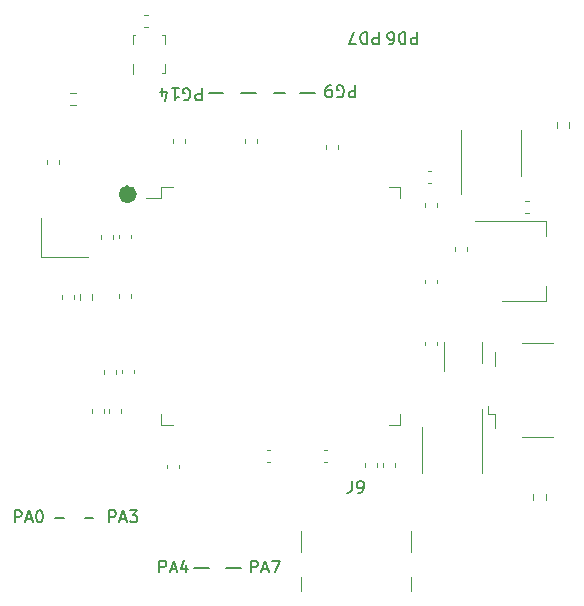
<source format=gbr>
%TF.GenerationSoftware,KiCad,Pcbnew,7.0.7*%
%TF.CreationDate,2024-03-18T15:08:08-05:00*%
%TF.ProjectId,rev2,72657632-2e6b-4696-9361-645f70636258,rev?*%
%TF.SameCoordinates,Original*%
%TF.FileFunction,Legend,Top*%
%TF.FilePolarity,Positive*%
%FSLAX46Y46*%
G04 Gerber Fmt 4.6, Leading zero omitted, Abs format (unit mm)*
G04 Created by KiCad (PCBNEW 7.0.7) date 2024-03-18 15:08:08*
%MOMM*%
%LPD*%
G01*
G04 APERTURE LIST*
%ADD10C,0.150000*%
%ADD11C,0.782107*%
%ADD12C,0.120000*%
%ADD13C,0.100000*%
G04 APERTURE END LIST*
D10*
X130500000Y-81000000D02*
X131750000Y-81000000D01*
X135500000Y-81000000D02*
X136750000Y-81000000D01*
X126500000Y-121250000D02*
X127750000Y-121250000D01*
X133250000Y-81000000D02*
X134250000Y-81000000D01*
D11*
X121291053Y-89600000D02*
G75*
G03*
X121291053Y-89600000I-391053J0D01*
G01*
D10*
X129250000Y-121250000D02*
X130500000Y-121250000D01*
X127750000Y-81000000D02*
X129000000Y-81000000D01*
X114750000Y-117000000D02*
X115500000Y-117000000D01*
X117250000Y-117000000D02*
X118000000Y-117000000D01*
X142163220Y-75880180D02*
X142163220Y-76880180D01*
X142163220Y-76880180D02*
X141782268Y-76880180D01*
X141782268Y-76880180D02*
X141687030Y-76832561D01*
X141687030Y-76832561D02*
X141639411Y-76784942D01*
X141639411Y-76784942D02*
X141591792Y-76689704D01*
X141591792Y-76689704D02*
X141591792Y-76546847D01*
X141591792Y-76546847D02*
X141639411Y-76451609D01*
X141639411Y-76451609D02*
X141687030Y-76403990D01*
X141687030Y-76403990D02*
X141782268Y-76356371D01*
X141782268Y-76356371D02*
X142163220Y-76356371D01*
X141163220Y-75880180D02*
X141163220Y-76880180D01*
X141163220Y-76880180D02*
X140925125Y-76880180D01*
X140925125Y-76880180D02*
X140782268Y-76832561D01*
X140782268Y-76832561D02*
X140687030Y-76737323D01*
X140687030Y-76737323D02*
X140639411Y-76642085D01*
X140639411Y-76642085D02*
X140591792Y-76451609D01*
X140591792Y-76451609D02*
X140591792Y-76308752D01*
X140591792Y-76308752D02*
X140639411Y-76118276D01*
X140639411Y-76118276D02*
X140687030Y-76023038D01*
X140687030Y-76023038D02*
X140782268Y-75927800D01*
X140782268Y-75927800D02*
X140925125Y-75880180D01*
X140925125Y-75880180D02*
X141163220Y-75880180D01*
X140258458Y-76880180D02*
X139591792Y-76880180D01*
X139591792Y-76880180D02*
X140020363Y-75880180D01*
X145413220Y-75880180D02*
X145413220Y-76880180D01*
X145413220Y-76880180D02*
X145032268Y-76880180D01*
X145032268Y-76880180D02*
X144937030Y-76832561D01*
X144937030Y-76832561D02*
X144889411Y-76784942D01*
X144889411Y-76784942D02*
X144841792Y-76689704D01*
X144841792Y-76689704D02*
X144841792Y-76546847D01*
X144841792Y-76546847D02*
X144889411Y-76451609D01*
X144889411Y-76451609D02*
X144937030Y-76403990D01*
X144937030Y-76403990D02*
X145032268Y-76356371D01*
X145032268Y-76356371D02*
X145413220Y-76356371D01*
X144413220Y-75880180D02*
X144413220Y-76880180D01*
X144413220Y-76880180D02*
X144175125Y-76880180D01*
X144175125Y-76880180D02*
X144032268Y-76832561D01*
X144032268Y-76832561D02*
X143937030Y-76737323D01*
X143937030Y-76737323D02*
X143889411Y-76642085D01*
X143889411Y-76642085D02*
X143841792Y-76451609D01*
X143841792Y-76451609D02*
X143841792Y-76308752D01*
X143841792Y-76308752D02*
X143889411Y-76118276D01*
X143889411Y-76118276D02*
X143937030Y-76023038D01*
X143937030Y-76023038D02*
X144032268Y-75927800D01*
X144032268Y-75927800D02*
X144175125Y-75880180D01*
X144175125Y-75880180D02*
X144413220Y-75880180D01*
X142984649Y-76880180D02*
X143175125Y-76880180D01*
X143175125Y-76880180D02*
X143270363Y-76832561D01*
X143270363Y-76832561D02*
X143317982Y-76784942D01*
X143317982Y-76784942D02*
X143413220Y-76642085D01*
X143413220Y-76642085D02*
X143460839Y-76451609D01*
X143460839Y-76451609D02*
X143460839Y-76070657D01*
X143460839Y-76070657D02*
X143413220Y-75975419D01*
X143413220Y-75975419D02*
X143365601Y-75927800D01*
X143365601Y-75927800D02*
X143270363Y-75880180D01*
X143270363Y-75880180D02*
X143079887Y-75880180D01*
X143079887Y-75880180D02*
X142984649Y-75927800D01*
X142984649Y-75927800D02*
X142937030Y-75975419D01*
X142937030Y-75975419D02*
X142889411Y-76070657D01*
X142889411Y-76070657D02*
X142889411Y-76308752D01*
X142889411Y-76308752D02*
X142937030Y-76403990D01*
X142937030Y-76403990D02*
X142984649Y-76451609D01*
X142984649Y-76451609D02*
X143079887Y-76499228D01*
X143079887Y-76499228D02*
X143270363Y-76499228D01*
X143270363Y-76499228D02*
X143365601Y-76451609D01*
X143365601Y-76451609D02*
X143413220Y-76403990D01*
X143413220Y-76403990D02*
X143460839Y-76308752D01*
X131336779Y-121619819D02*
X131336779Y-120619819D01*
X131336779Y-120619819D02*
X131717731Y-120619819D01*
X131717731Y-120619819D02*
X131812969Y-120667438D01*
X131812969Y-120667438D02*
X131860588Y-120715057D01*
X131860588Y-120715057D02*
X131908207Y-120810295D01*
X131908207Y-120810295D02*
X131908207Y-120953152D01*
X131908207Y-120953152D02*
X131860588Y-121048390D01*
X131860588Y-121048390D02*
X131812969Y-121096009D01*
X131812969Y-121096009D02*
X131717731Y-121143628D01*
X131717731Y-121143628D02*
X131336779Y-121143628D01*
X132289160Y-121334104D02*
X132765350Y-121334104D01*
X132193922Y-121619819D02*
X132527255Y-120619819D01*
X132527255Y-120619819D02*
X132860588Y-121619819D01*
X133098684Y-120619819D02*
X133765350Y-120619819D01*
X133765350Y-120619819D02*
X133336779Y-121619819D01*
X119336779Y-117369819D02*
X119336779Y-116369819D01*
X119336779Y-116369819D02*
X119717731Y-116369819D01*
X119717731Y-116369819D02*
X119812969Y-116417438D01*
X119812969Y-116417438D02*
X119860588Y-116465057D01*
X119860588Y-116465057D02*
X119908207Y-116560295D01*
X119908207Y-116560295D02*
X119908207Y-116703152D01*
X119908207Y-116703152D02*
X119860588Y-116798390D01*
X119860588Y-116798390D02*
X119812969Y-116846009D01*
X119812969Y-116846009D02*
X119717731Y-116893628D01*
X119717731Y-116893628D02*
X119336779Y-116893628D01*
X120289160Y-117084104D02*
X120765350Y-117084104D01*
X120193922Y-117369819D02*
X120527255Y-116369819D01*
X120527255Y-116369819D02*
X120860588Y-117369819D01*
X121098684Y-116369819D02*
X121717731Y-116369819D01*
X121717731Y-116369819D02*
X121384398Y-116750771D01*
X121384398Y-116750771D02*
X121527255Y-116750771D01*
X121527255Y-116750771D02*
X121622493Y-116798390D01*
X121622493Y-116798390D02*
X121670112Y-116846009D01*
X121670112Y-116846009D02*
X121717731Y-116941247D01*
X121717731Y-116941247D02*
X121717731Y-117179342D01*
X121717731Y-117179342D02*
X121670112Y-117274580D01*
X121670112Y-117274580D02*
X121622493Y-117322200D01*
X121622493Y-117322200D02*
X121527255Y-117369819D01*
X121527255Y-117369819D02*
X121241541Y-117369819D01*
X121241541Y-117369819D02*
X121146303Y-117322200D01*
X121146303Y-117322200D02*
X121098684Y-117274580D01*
X123586779Y-121619819D02*
X123586779Y-120619819D01*
X123586779Y-120619819D02*
X123967731Y-120619819D01*
X123967731Y-120619819D02*
X124062969Y-120667438D01*
X124062969Y-120667438D02*
X124110588Y-120715057D01*
X124110588Y-120715057D02*
X124158207Y-120810295D01*
X124158207Y-120810295D02*
X124158207Y-120953152D01*
X124158207Y-120953152D02*
X124110588Y-121048390D01*
X124110588Y-121048390D02*
X124062969Y-121096009D01*
X124062969Y-121096009D02*
X123967731Y-121143628D01*
X123967731Y-121143628D02*
X123586779Y-121143628D01*
X124539160Y-121334104D02*
X125015350Y-121334104D01*
X124443922Y-121619819D02*
X124777255Y-120619819D01*
X124777255Y-120619819D02*
X125110588Y-121619819D01*
X125872493Y-120953152D02*
X125872493Y-121619819D01*
X125634398Y-120572200D02*
X125396303Y-121286485D01*
X125396303Y-121286485D02*
X126015350Y-121286485D01*
X140163220Y-80380180D02*
X140163220Y-81380180D01*
X140163220Y-81380180D02*
X139782268Y-81380180D01*
X139782268Y-81380180D02*
X139687030Y-81332561D01*
X139687030Y-81332561D02*
X139639411Y-81284942D01*
X139639411Y-81284942D02*
X139591792Y-81189704D01*
X139591792Y-81189704D02*
X139591792Y-81046847D01*
X139591792Y-81046847D02*
X139639411Y-80951609D01*
X139639411Y-80951609D02*
X139687030Y-80903990D01*
X139687030Y-80903990D02*
X139782268Y-80856371D01*
X139782268Y-80856371D02*
X140163220Y-80856371D01*
X138639411Y-81332561D02*
X138734649Y-81380180D01*
X138734649Y-81380180D02*
X138877506Y-81380180D01*
X138877506Y-81380180D02*
X139020363Y-81332561D01*
X139020363Y-81332561D02*
X139115601Y-81237323D01*
X139115601Y-81237323D02*
X139163220Y-81142085D01*
X139163220Y-81142085D02*
X139210839Y-80951609D01*
X139210839Y-80951609D02*
X139210839Y-80808752D01*
X139210839Y-80808752D02*
X139163220Y-80618276D01*
X139163220Y-80618276D02*
X139115601Y-80523038D01*
X139115601Y-80523038D02*
X139020363Y-80427800D01*
X139020363Y-80427800D02*
X138877506Y-80380180D01*
X138877506Y-80380180D02*
X138782268Y-80380180D01*
X138782268Y-80380180D02*
X138639411Y-80427800D01*
X138639411Y-80427800D02*
X138591792Y-80475419D01*
X138591792Y-80475419D02*
X138591792Y-80808752D01*
X138591792Y-80808752D02*
X138782268Y-80808752D01*
X138115601Y-80380180D02*
X137925125Y-80380180D01*
X137925125Y-80380180D02*
X137829887Y-80427800D01*
X137829887Y-80427800D02*
X137782268Y-80475419D01*
X137782268Y-80475419D02*
X137687030Y-80618276D01*
X137687030Y-80618276D02*
X137639411Y-80808752D01*
X137639411Y-80808752D02*
X137639411Y-81189704D01*
X137639411Y-81189704D02*
X137687030Y-81284942D01*
X137687030Y-81284942D02*
X137734649Y-81332561D01*
X137734649Y-81332561D02*
X137829887Y-81380180D01*
X137829887Y-81380180D02*
X138020363Y-81380180D01*
X138020363Y-81380180D02*
X138115601Y-81332561D01*
X138115601Y-81332561D02*
X138163220Y-81284942D01*
X138163220Y-81284942D02*
X138210839Y-81189704D01*
X138210839Y-81189704D02*
X138210839Y-80951609D01*
X138210839Y-80951609D02*
X138163220Y-80856371D01*
X138163220Y-80856371D02*
X138115601Y-80808752D01*
X138115601Y-80808752D02*
X138020363Y-80761133D01*
X138020363Y-80761133D02*
X137829887Y-80761133D01*
X137829887Y-80761133D02*
X137734649Y-80808752D01*
X137734649Y-80808752D02*
X137687030Y-80856371D01*
X137687030Y-80856371D02*
X137639411Y-80951609D01*
X111336779Y-117369819D02*
X111336779Y-116369819D01*
X111336779Y-116369819D02*
X111717731Y-116369819D01*
X111717731Y-116369819D02*
X111812969Y-116417438D01*
X111812969Y-116417438D02*
X111860588Y-116465057D01*
X111860588Y-116465057D02*
X111908207Y-116560295D01*
X111908207Y-116560295D02*
X111908207Y-116703152D01*
X111908207Y-116703152D02*
X111860588Y-116798390D01*
X111860588Y-116798390D02*
X111812969Y-116846009D01*
X111812969Y-116846009D02*
X111717731Y-116893628D01*
X111717731Y-116893628D02*
X111336779Y-116893628D01*
X112289160Y-117084104D02*
X112765350Y-117084104D01*
X112193922Y-117369819D02*
X112527255Y-116369819D01*
X112527255Y-116369819D02*
X112860588Y-117369819D01*
X113384398Y-116369819D02*
X113479636Y-116369819D01*
X113479636Y-116369819D02*
X113574874Y-116417438D01*
X113574874Y-116417438D02*
X113622493Y-116465057D01*
X113622493Y-116465057D02*
X113670112Y-116560295D01*
X113670112Y-116560295D02*
X113717731Y-116750771D01*
X113717731Y-116750771D02*
X113717731Y-116988866D01*
X113717731Y-116988866D02*
X113670112Y-117179342D01*
X113670112Y-117179342D02*
X113622493Y-117274580D01*
X113622493Y-117274580D02*
X113574874Y-117322200D01*
X113574874Y-117322200D02*
X113479636Y-117369819D01*
X113479636Y-117369819D02*
X113384398Y-117369819D01*
X113384398Y-117369819D02*
X113289160Y-117322200D01*
X113289160Y-117322200D02*
X113241541Y-117274580D01*
X113241541Y-117274580D02*
X113193922Y-117179342D01*
X113193922Y-117179342D02*
X113146303Y-116988866D01*
X113146303Y-116988866D02*
X113146303Y-116750771D01*
X113146303Y-116750771D02*
X113193922Y-116560295D01*
X113193922Y-116560295D02*
X113241541Y-116465057D01*
X113241541Y-116465057D02*
X113289160Y-116417438D01*
X113289160Y-116417438D02*
X113384398Y-116369819D01*
X127163220Y-80630180D02*
X127163220Y-81630180D01*
X127163220Y-81630180D02*
X126782268Y-81630180D01*
X126782268Y-81630180D02*
X126687030Y-81582561D01*
X126687030Y-81582561D02*
X126639411Y-81534942D01*
X126639411Y-81534942D02*
X126591792Y-81439704D01*
X126591792Y-81439704D02*
X126591792Y-81296847D01*
X126591792Y-81296847D02*
X126639411Y-81201609D01*
X126639411Y-81201609D02*
X126687030Y-81153990D01*
X126687030Y-81153990D02*
X126782268Y-81106371D01*
X126782268Y-81106371D02*
X127163220Y-81106371D01*
X125639411Y-81582561D02*
X125734649Y-81630180D01*
X125734649Y-81630180D02*
X125877506Y-81630180D01*
X125877506Y-81630180D02*
X126020363Y-81582561D01*
X126020363Y-81582561D02*
X126115601Y-81487323D01*
X126115601Y-81487323D02*
X126163220Y-81392085D01*
X126163220Y-81392085D02*
X126210839Y-81201609D01*
X126210839Y-81201609D02*
X126210839Y-81058752D01*
X126210839Y-81058752D02*
X126163220Y-80868276D01*
X126163220Y-80868276D02*
X126115601Y-80773038D01*
X126115601Y-80773038D02*
X126020363Y-80677800D01*
X126020363Y-80677800D02*
X125877506Y-80630180D01*
X125877506Y-80630180D02*
X125782268Y-80630180D01*
X125782268Y-80630180D02*
X125639411Y-80677800D01*
X125639411Y-80677800D02*
X125591792Y-80725419D01*
X125591792Y-80725419D02*
X125591792Y-81058752D01*
X125591792Y-81058752D02*
X125782268Y-81058752D01*
X124639411Y-80630180D02*
X125210839Y-80630180D01*
X124925125Y-80630180D02*
X124925125Y-81630180D01*
X124925125Y-81630180D02*
X125020363Y-81487323D01*
X125020363Y-81487323D02*
X125115601Y-81392085D01*
X125115601Y-81392085D02*
X125210839Y-81344466D01*
X123782268Y-81296847D02*
X123782268Y-80630180D01*
X124020363Y-81677800D02*
X124258458Y-80963514D01*
X124258458Y-80963514D02*
X123639411Y-80963514D01*
X139874666Y-113878819D02*
X139874666Y-114593104D01*
X139874666Y-114593104D02*
X139827047Y-114735961D01*
X139827047Y-114735961D02*
X139731809Y-114831200D01*
X139731809Y-114831200D02*
X139588952Y-114878819D01*
X139588952Y-114878819D02*
X139493714Y-114878819D01*
X140398476Y-114878819D02*
X140588952Y-114878819D01*
X140588952Y-114878819D02*
X140684190Y-114831200D01*
X140684190Y-114831200D02*
X140731809Y-114783580D01*
X140731809Y-114783580D02*
X140827047Y-114640723D01*
X140827047Y-114640723D02*
X140874666Y-114450247D01*
X140874666Y-114450247D02*
X140874666Y-114069295D01*
X140874666Y-114069295D02*
X140827047Y-113974057D01*
X140827047Y-113974057D02*
X140779428Y-113926438D01*
X140779428Y-113926438D02*
X140684190Y-113878819D01*
X140684190Y-113878819D02*
X140493714Y-113878819D01*
X140493714Y-113878819D02*
X140398476Y-113926438D01*
X140398476Y-113926438D02*
X140350857Y-113974057D01*
X140350857Y-113974057D02*
X140303238Y-114069295D01*
X140303238Y-114069295D02*
X140303238Y-114307390D01*
X140303238Y-114307390D02*
X140350857Y-114402628D01*
X140350857Y-114402628D02*
X140398476Y-114450247D01*
X140398476Y-114450247D02*
X140493714Y-114497866D01*
X140493714Y-114497866D02*
X140684190Y-114497866D01*
X140684190Y-114497866D02*
X140779428Y-114450247D01*
X140779428Y-114450247D02*
X140827047Y-114402628D01*
X140827047Y-114402628D02*
X140874666Y-114307390D01*
D12*
%TO.C,U1*%
X123748000Y-88950000D02*
X123748000Y-89900000D01*
X123748000Y-89900000D02*
X122458000Y-89900000D01*
X123748000Y-109170000D02*
X123748000Y-108220000D01*
X124698000Y-88950000D02*
X123748000Y-88950000D01*
X124698000Y-109170000D02*
X123748000Y-109170000D01*
X143018000Y-88950000D02*
X143968000Y-88950000D01*
X143018000Y-109170000D02*
X143968000Y-109170000D01*
X143968000Y-88950000D02*
X143968000Y-89900000D01*
X143968000Y-109170000D02*
X143968000Y-108220000D01*
%TO.C,C46*%
X147062500Y-102103733D02*
X147062500Y-102396267D01*
X146042500Y-102103733D02*
X146042500Y-102396267D01*
%TO.C,C45*%
X130808000Y-85236267D02*
X130808000Y-84943733D01*
X131828000Y-85236267D02*
X131828000Y-84943733D01*
%TO.C,C26*%
X115314000Y-98444267D02*
X115314000Y-98151733D01*
X116334000Y-98444267D02*
X116334000Y-98151733D01*
%TO.C,R1*%
X115973776Y-81011500D02*
X116483224Y-81011500D01*
X115973776Y-82056500D02*
X116483224Y-82056500D01*
%TO.C,J8*%
X156889000Y-110132000D02*
X154289000Y-110132000D01*
X151979000Y-109372000D02*
X151979000Y-108222000D01*
X151389000Y-108222000D02*
X151389000Y-107522000D01*
X151979000Y-108222000D02*
X151389000Y-108222000D01*
X151979000Y-104122000D02*
X151979000Y-102972000D01*
X154289000Y-102212000D02*
X156889000Y-102212000D01*
%TO.C,C38*%
X120140000Y-98343767D02*
X120140000Y-98051233D01*
X121160000Y-98343767D02*
X121160000Y-98051233D01*
%TO.C,U2*%
X149078000Y-86106000D02*
X149078000Y-89556000D01*
X149078000Y-86106000D02*
X149078000Y-84156000D01*
X154198000Y-86106000D02*
X154198000Y-88056000D01*
X154198000Y-86106000D02*
X154198000Y-84156000D01*
%TO.C,C29*%
X148588000Y-94380267D02*
X148588000Y-94087733D01*
X149608000Y-94380267D02*
X149608000Y-94087733D01*
%TO.C,R5*%
X156272500Y-114995276D02*
X156272500Y-115504724D01*
X155227500Y-114995276D02*
X155227500Y-115504724D01*
%TO.C,C44*%
X137808767Y-112242000D02*
X137516233Y-112242000D01*
X137808767Y-111222000D02*
X137516233Y-111222000D01*
%TO.C,C49*%
X120347200Y-107803733D02*
X120347200Y-108096267D01*
X119327200Y-107803733D02*
X119327200Y-108096267D01*
%TO.C,Y1*%
X113570000Y-91568000D02*
X113570000Y-94868000D01*
X113570000Y-94868000D02*
X117570000Y-94868000D01*
%TO.C,C32*%
X124712000Y-85236267D02*
X124712000Y-84943733D01*
X125732000Y-85236267D02*
X125732000Y-84943733D01*
%TO.C,C28*%
X154832267Y-91188000D02*
X154539733Y-91188000D01*
X154832267Y-90168000D02*
X154539733Y-90168000D01*
%TO.C,C41*%
X147062500Y-96853733D02*
X147062500Y-97146267D01*
X146042500Y-96853733D02*
X146042500Y-97146267D01*
%TO.C,U5*%
X150332000Y-91840000D02*
X156342000Y-91840000D01*
X152582000Y-98660000D02*
X156342000Y-98660000D01*
X156342000Y-91840000D02*
X156342000Y-93100000D01*
X156342000Y-98660000D02*
X156342000Y-97400000D01*
%TO.C,C24*%
X122574267Y-75440000D02*
X122281733Y-75440000D01*
X122574267Y-74420000D02*
X122281733Y-74420000D01*
%TO.C,C22*%
X146305733Y-87600000D02*
X146598267Y-87600000D01*
X146305733Y-88620000D02*
X146598267Y-88620000D01*
%TO.C,C30*%
X147068000Y-90353733D02*
X147068000Y-90646267D01*
X146048000Y-90353733D02*
X146048000Y-90646267D01*
%TO.C,C21*%
X141988000Y-112375733D02*
X141988000Y-112668267D01*
X140968000Y-112375733D02*
X140968000Y-112668267D01*
%TO.C,C42*%
X124204000Y-112795267D02*
X124204000Y-112502733D01*
X125224000Y-112795267D02*
X125224000Y-112502733D01*
%TO.C,C33*%
X132982767Y-112242000D02*
X132690233Y-112242000D01*
X132982767Y-111222000D02*
X132690233Y-111222000D01*
%TO.C,C48*%
X118874000Y-107803733D02*
X118874000Y-108096267D01*
X117854000Y-107803733D02*
X117854000Y-108096267D01*
%TO.C,C39*%
X121408500Y-104473733D02*
X121408500Y-104766267D01*
X120388500Y-104473733D02*
X120388500Y-104766267D01*
%TO.C,C23*%
X114044000Y-87014267D02*
X114044000Y-86721733D01*
X115064000Y-87014267D02*
X115064000Y-86721733D01*
%TO.C,C31*%
X121154500Y-93043733D02*
X121154500Y-93336267D01*
X120134500Y-93043733D02*
X120134500Y-93336267D01*
%TO.C,C43*%
X143512000Y-112375733D02*
X143512000Y-112668267D01*
X142492000Y-112375733D02*
X142492000Y-112668267D01*
%TO.C,U6*%
X150860000Y-103900000D02*
X150860000Y-102100000D01*
X147640000Y-102100000D02*
X147640000Y-104550000D01*
%TO.C,C40*%
X138686000Y-85451733D02*
X138686000Y-85744267D01*
X137666000Y-85451733D02*
X137666000Y-85744267D01*
%TO.C,U3*%
X150896000Y-111252000D02*
X150896000Y-107802000D01*
X150896000Y-111252000D02*
X150896000Y-113202000D01*
X145776000Y-111252000D02*
X145776000Y-109302000D01*
X145776000Y-111252000D02*
X145776000Y-113202000D01*
%TO.C,R4*%
X157227500Y-84004724D02*
X157227500Y-83495276D01*
X158272500Y-84004724D02*
X158272500Y-83495276D01*
%TO.C,R3*%
X116825500Y-98552724D02*
X116825500Y-98043276D01*
X117870500Y-98552724D02*
X117870500Y-98043276D01*
%TO.C,C47*%
X119890000Y-104501733D02*
X119890000Y-104794267D01*
X118870000Y-104501733D02*
X118870000Y-104794267D01*
%TO.C,C27*%
X119636000Y-93071733D02*
X119636000Y-93364267D01*
X118616000Y-93071733D02*
X118616000Y-93364267D01*
%TO.C,J9*%
X135538000Y-119924000D02*
X135538000Y-118124000D01*
X135538000Y-122024000D02*
X135538000Y-123174000D01*
X144878000Y-119924000D02*
X144878000Y-118124000D01*
X144878000Y-122024000D02*
X144878000Y-123174000D01*
D13*
%TO.C,U4*%
X121332000Y-79424000D02*
X121332000Y-78604000D01*
X124032000Y-79324000D02*
X123812000Y-79324000D01*
X124032000Y-79324000D02*
X124032000Y-78604000D01*
X121332000Y-76844000D02*
X121332000Y-76124000D01*
X121332000Y-76124000D02*
X121552000Y-76124000D01*
X123812000Y-76124000D02*
X124032000Y-76124000D01*
X124032000Y-76124000D02*
X124032000Y-76844000D01*
%TD*%
M02*

</source>
